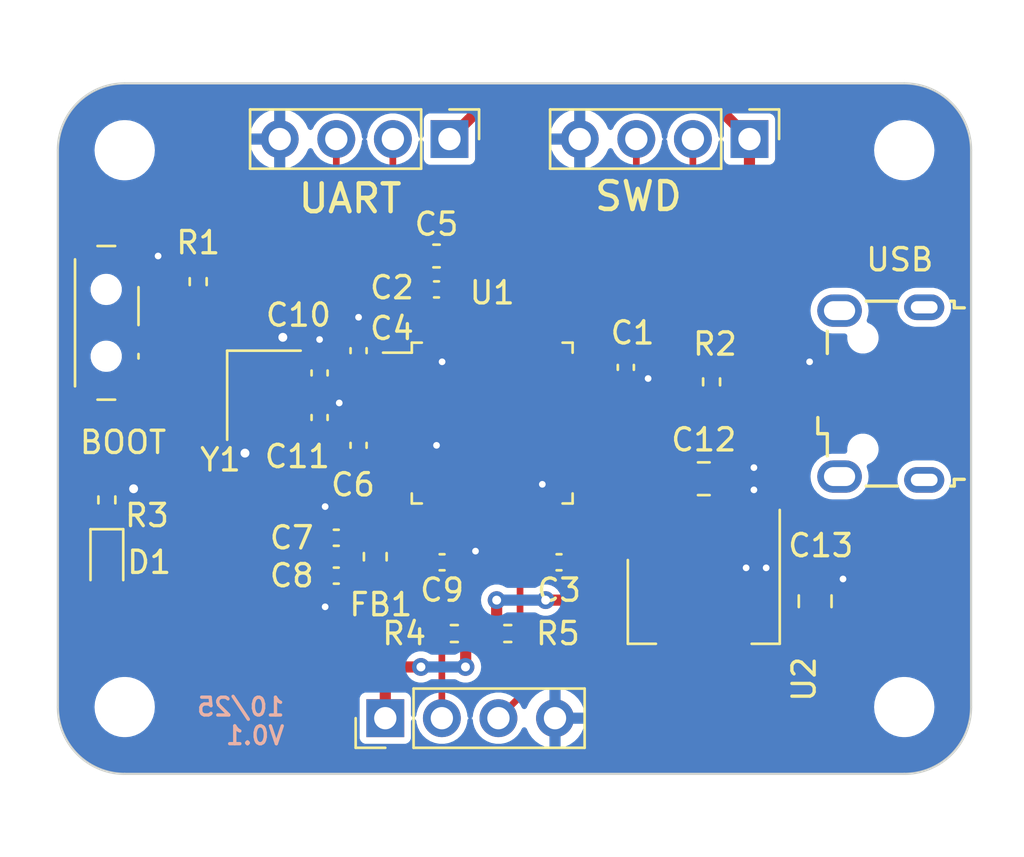
<source format=kicad_pcb>
(kicad_pcb (version 20221018) (generator pcbnew)
  (layers (0 "F.Cu" signal) (31 "B.Cu" power) (34 "B.Paste" user) (35 "F.Paste" user) (36 "B.SilkS" user "B.Silkscreen") (37 "F.SilkS" user "F.Silkscreen") (38 "B.Mask" user) (39 "F.Mask" user) (44 "Edge.Cuts" user))
  (net 0 "")
  (net 1 "+3.3V")
  (net 2 "GND")
  (net 3 "+3.3VA")
  (net 4 "/NRST")
  (net 5 "/HSE_IN")
  (net 6 "/HSE_OUT")
  (net 7 "VBUS")
  (net 8 "/PWR_LED_K")
  (net 9 "/USB_D-")
  (net 10 "/USB_D+")
  (net 12 "/SWDIO")
  (net 13 "/SWCLK")
  (net 14 "/USART1_TX")
  (net 15 "/USART1_RX")
  (net 16 "/I2C2_SCL")
  (net 17 "/I2C2_SDA")
  (net 18 "/SW_BOOT0")
  (net 19 "/BOOT0")
  (footprint "LED_SMD:LED_0603_1608Metric" (layer "F.Cu") (at 124.2 68.5 -90)
    (fp_text reference "D1" (at 0 -1.9 -180) (layer "F.SilkS"))
    (fp_text value "RED")
    (fp_line (start -1.485 -0.735) (end -1.485 0.735) (stroke (width 0.12)) (layer "F.SilkS"))
    (fp_line (start -1.485 0.735) (end 0.8 0.735) (stroke (width 0.12)) (layer "F.SilkS"))
    (fp_line (start 0.8 -0.735) (end -1.485 -0.735) (stroke (width 0.12)) (layer "F.SilkS"))
    (pad "1" smd roundrect (at -0.7875 0 270) (size 0.875 0.95) (layers "F.Cu" "F.Paste" "F.Mask") (net 8 "/PWR_LED_K"))
    (pad "2" smd roundrect (at 0.7875 0 270) (size 0.875 0.95) (layers "F.Cu" "F.Paste" "F.Mask") (net 1 "+3.3V"))
  )
  (footprint "Capacitor_SMD:C_0402_1005Metric" (layer "F.Cu") (at 135.5 59 90)
    (fp_text reference "C4" (at 1 1.5 180) (layer "F.SilkS"))
    (fp_text value "100n")
    (fp_line (start -0.107836 -0.36) (end 0.107836 -0.36) (stroke (width 0.12)) (layer "F.SilkS"))
    (fp_line (start -0.107836 0.36) (end 0.107836 0.36) (stroke (width 0.12)) (layer "F.SilkS"))
    (pad "1" smd roundrect (at -0.48 0 90) (size 0.56 0.62) (layers "F.Cu" "F.Paste" "F.Mask") (net 1 "+3.3V"))
    (pad "2" smd roundrect (at 0.48 0 90) (size 0.56 0.62) (layers "F.Cu" "F.Paste" "F.Mask") (net 2 "GND"))
  )
  (footprint "Capacitor_SMD:C_0402_1005Metric" (layer "F.Cu") (at 147.5 59.75 -90)
    (fp_text reference "C1" (at -1.55 -0.3 -180) (layer "F.SilkS"))
    (fp_text value "100n")
    (fp_line (start -0.107836 -0.36) (end 0.107836 -0.36) (stroke (width 0.12)) (layer "F.SilkS"))
    (fp_line (start -0.107836 0.36) (end 0.107836 0.36) (stroke (width 0.12)) (layer "F.SilkS"))
    (pad "1" smd roundrect (at -0.48 0 270) (size 0.56 0.62) (layers "F.Cu" "F.Paste" "F.Mask") (net 1 "+3.3V"))
    (pad "2" smd roundrect (at 0.48 0 270) (size 0.56 0.62) (layers "F.Cu" "F.Paste" "F.Mask") (net 2 "GND"))
  )
  (footprint "Capacitor_SMD:C_0402_1005Metric" (layer "F.Cu") (at 139.25 68.5)
    (fp_text reference "C9" (at 0 1.25) (layer "F.SilkS"))
    (fp_text value "100n")
    (fp_line (start -0.107836 -0.36) (end 0.107836 -0.36) (stroke (width 0.12)) (layer "F.SilkS"))
    (fp_line (start -0.107836 0.36) (end 0.107836 0.36) (stroke (width 0.12)) (layer "F.SilkS"))
    (pad "1" smd roundrect (at -0.48 0) (size 0.56 0.62) (layers "F.Cu" "F.Paste" "F.Mask") (net 4 "/NRST"))
    (pad "2" smd roundrect (at 0.48 0) (size 0.56 0.62) (layers "F.Cu" "F.Paste" "F.Mask") (net 2 "GND"))
  )
  (footprint "Capacitor_SMD:C_0402_1005Metric" (layer "F.Cu") (at 134.5 67.4 180)
    (fp_text reference "C7" (at 2 0) (layer "F.SilkS"))
    (fp_text value "1u")
    (fp_line (start -0.107836 -0.36) (end 0.107836 -0.36) (stroke (width 0.12)) (layer "F.SilkS"))
    (fp_line (start -0.107836 0.36) (end 0.107836 0.36) (stroke (width 0.12)) (layer "F.SilkS"))
    (pad "1" smd roundrect (at -0.48 0 180) (size 0.56 0.62) (layers "F.Cu" "F.Paste" "F.Mask") (net 3 "+3.3VA"))
    (pad "2" smd roundrect (at 0.48 0 180) (size 0.56 0.62) (layers "F.Cu" "F.Paste" "F.Mask") (net 2 "GND"))
  )
  (footprint "Capacitor_SMD:C_0603_1608Metric" (layer "F.Cu") (at 139 54.75)
    (fp_text reference "C5" (at 0 -1.43) (layer "F.SilkS"))
    (fp_text value "10n")
    (fp_line (start -0.14058 -0.51) (end 0.14058 -0.51) (stroke (width 0.12)) (layer "F.SilkS"))
    (fp_line (start -0.14058 0.51) (end 0.14058 0.51) (stroke (width 0.12)) (layer "F.SilkS"))
    (pad "1" smd roundrect (at -0.775 0) (size 0.9 0.95) (layers "F.Cu" "F.Paste" "F.Mask") (net 1 "+3.3V"))
    (pad "2" smd roundrect (at 0.775 0) (size 0.9 0.95) (layers "F.Cu" "F.Paste" "F.Mask") (net 2 "GND"))
  )
  (footprint "Capacitor_SMD:C_0402_1005Metric" (layer "F.Cu") (at 144.5 68.5 180)
    (fp_text reference "C3" (at 0 -1.25 180) (layer "F.SilkS"))
    (fp_text value "100n")
    (fp_line (start -0.107836 -0.36) (end 0.107836 -0.36) (stroke (width 0.12)) (layer "F.SilkS"))
    (fp_line (start -0.107836 0.36) (end 0.107836 0.36) (stroke (width 0.12)) (layer "F.SilkS"))
    (pad "1" smd roundrect (at -0.48 0 180) (size 0.56 0.62) (layers "F.Cu" "F.Paste" "F.Mask") (net 1 "+3.3V"))
    (pad "2" smd roundrect (at 0.48 0 180) (size 0.56 0.62) (layers "F.Cu" "F.Paste" "F.Mask") (net 2 "GND"))
  )
  (footprint "Capacitor_SMD:C_0402_1005Metric" (layer "F.Cu") (at 133.75 62 90)
    (fp_text reference "C11" (at -1.75 -1 180) (layer "F.SilkS"))
    (fp_text value "10p")
    (fp_line (start -0.107836 -0.36) (end 0.107836 -0.36) (stroke (width 0.12)) (layer "F.SilkS"))
    (fp_line (start -0.107836 0.36) (end 0.107836 0.36) (stroke (width 0.12)) (layer "F.SilkS"))
    (pad "1" smd roundrect (at -0.48 0 90) (size 0.56 0.62) (layers "F.Cu" "F.Paste" "F.Mask") (net 6 "/HSE_OUT"))
    (pad "2" smd roundrect (at 0.48 0 90) (size 0.56 0.62) (layers "F.Cu" "F.Paste" "F.Mask") (net 2 "GND"))
  )
  (footprint "Connector_PinHeader_2.54mm:PinHeader_1x04_P2.54mm_Vertical" (layer "F.Cu") (at 139.58 49.5 -90)
    (fp_text reference "J3")
    (fp_text value "Conn_01x04_Pin")
    (fp_line (start -1.33 -1.33) (end 0 -1.33) (stroke (width 0.12)) (layer "F.SilkS"))
    (fp_line (start -1.33 0) (end -1.33 -1.33) (stroke (width 0.12)) (layer "F.SilkS"))
    (fp_line (start -1.33 1.27) (end -1.33 8.95) (stroke (width 0.12)) (layer "F.SilkS"))
    (fp_line (start -1.33 1.27) (end 1.33 1.27) (stroke (width 0.12)) (layer "F.SilkS"))
    (fp_line (start -1.33 8.95) (end 1.33 8.95) (stroke (width 0.12)) (layer "F.SilkS"))
    (fp_line (start 1.33 1.27) (end 1.33 8.95) (stroke (width 0.12)) (layer "F.SilkS"))
    (pad "1" thru_hole rect (at 0 0 270) (size 1.7 1.7) (drill 1) (layers "*.Cu" "*.Mask") (net 1 "+3.3V"))
    (pad "2" thru_hole oval (at 0 2.54 270) (size 1.7 1.7) (drill 1) (layers "*.Cu" "*.Mask") (net 14 "/USART1_TX"))
    (pad "3" thru_hole oval (at 0 5.08 270) (size 1.7 1.7) (drill 1) (layers "*.Cu" "*.Mask") (net 15 "/USART1_RX"))
    (pad "4" thru_hole oval (at 0 7.62 270) (size 1.7 1.7) (drill 1) (layers "*.Cu" "*.Mask") (net 2 "GND"))
  )
  (footprint "Connector_USB:USB_Micro-B_Wuerth_629105150521" (layer "F.Cu") (at 158.945 60.926875 90)
    (fp_text reference "J1" hide)
    (fp_text value "USB_B_Micro")
    (fp_line (start -4.15 -0.65) (end -4.15 0.75) (stroke (width 0.15)) (layer "F.SilkS"))
    (fp_line (start -4.15 3.15) (end -4.15 3.3) (stroke (width 0.15)) (layer "F.SilkS"))
    (fp_line (start -4.15 3.3) (end -3.85 3.3) (stroke (width 0.15)) (layer "F.SilkS"))
    (fp_line (start -3.85 3.3) (end -3.85 3.75) (stroke (width 0.15)) (layer "F.SilkS"))
    (fp_line (start -1.8 -2.825) (end -1.8 -2.4) (stroke (width 0.15)) (layer "F.SilkS"))
    (fp_line (start -1.8 -2.4) (end -2.8 -2.4) (stroke (width 0.15)) (layer "F.SilkS"))
    (fp_line (start -1.075 -2.825) (end -1.8 -2.825) (stroke (width 0.15)) (layer "F.SilkS"))
    (fp_line (start 1.8 -2.4) (end 2.8 -2.4) (stroke (width 0.15)) (layer "F.SilkS"))
    (fp_line (start 3.85 3.3) (end 4.15 3.3) (stroke (width 0.15)) (layer "F.SilkS"))
    (fp_line (start 3.85 3.75) (end 3.85 3.3) (stroke (width 0.15)) (layer "F.SilkS"))
    (fp_line (start 4.15 0.75) (end 4.15 -0.65) (stroke (width 0.15)) (layer "F.SilkS"))
    (fp_line (start 4.15 3.3) (end 4.15 3.15) (stroke (width 0.15)) (layer "F.SilkS"))
    (pad "" np_thru_hole oval (at -2.5 -0.8 90) (size 0.8 0.8) (drill 0.8) (layers "*.Cu" "*.Mask"))
    (pad "" np_thru_hole oval (at 2.5 -0.8 90) (size 0.8 0.8) (drill 0.8) (layers "*.Cu" "*.Mask"))
    (pad "1" smd rect (at -1.3 -1.9 90) (size 0.45 1.3) (layers "F.Cu" "F.Paste" "F.Mask") (net 7 "VBUS"))
    (pad "2" smd rect (at -0.65 -1.9 90) (size 0.45 1.3) (layers "F.Cu" "F.Paste" "F.Mask") (net 9 "/USB_D-"))
    (pad "3" smd rect (at 0 -1.9 90) (size 0.45 1.3) (layers "F.Cu" "F.Paste" "F.Mask") (net 10 "/USB_D+"))
    (pad "4" smd rect (at 0.65 -1.9 90) (size 0.45 1.3) (layers "F.Cu" "F.Paste" "F.Mask"))
    (pad "5" smd rect (at 1.3 -1.9 90) (size 0.45 1.3) (layers "F.Cu" "F.Paste" "F.Mask") (net 2 "GND"))
    (pad "6" thru_hole oval (at -3.875 1.95 90) (size 1.15 1.8) (drill oval 0.55 1.2) (layers "*.Cu" "*.Mask"))
    (pad "6" thru_hole oval (at -3.725 -1.85 90) (size 1.45 2) (drill oval 0.85 1.4) (layers "*.Cu" "*.Mask"))
    (pad "6" thru_hole oval (at 3.725 -1.85 90) (size 1.45 2) (drill oval 0.85 1.4) (layers "*.Cu" "*.Mask"))
    (pad "6" thru_hole oval (at 3.875 1.95 90) (size 1.15 1.8) (drill oval 0.55 1.2) (layers "*.Cu" "*.Mask"))
  )
  (footprint "Capacitor_SMD:C_0402_1005Metric" (layer "F.Cu") (at 139 56.25)
    (fp_text reference "C2" (at -2 -0.08) (layer "F.SilkS"))
    (fp_text value "100n")
    (fp_line (start -0.107836 -0.36) (end 0.107836 -0.36) (stroke (width 0.12)) (layer "F.SilkS"))
    (fp_line (start -0.107836 0.36) (end 0.107836 0.36) (stroke (width 0.12)) (layer "F.SilkS"))
    (pad "1" smd roundrect (at -0.48 0) (size 0.56 0.62) (layers "F.Cu" "F.Paste" "F.Mask") (net 1 "+3.3V"))
    (pad "2" smd roundrect (at 0.48 0) (size 0.56 0.62) (layers "F.Cu" "F.Paste" "F.Mask") (net 2 "GND"))
  )
  (footprint "Connector_PinHeader_2.54mm:PinHeader_1x04_P2.54mm_Vertical" (layer "F.Cu") (at 136.7 75.5 90)
    (fp_text reference "J4")
    (fp_text value "Conn_01x04_Pin")
    (fp_line (start -1.33 -1.33) (end 0 -1.33) (stroke (width 0.12)) (layer "F.SilkS"))
    (fp_line (start -1.33 0) (end -1.33 -1.33) (stroke (width 0.12)) (layer "F.SilkS"))
    (fp_line (start -1.33 1.27) (end -1.33 8.95) (stroke (width 0.12)) (layer "F.SilkS"))
    (fp_line (start -1.33 1.27) (end 1.33 1.27) (stroke (width 0.12)) (layer "F.SilkS"))
    (fp_line (start -1.33 8.95) (end 1.33 8.95) (stroke (width 0.12)) (layer "F.SilkS"))
    (fp_line (start 1.33 1.27) (end 1.33 8.95) (stroke (width 0.12)) (layer "F.SilkS"))
    (pad "1" thru_hole rect (at 0 0 90) (size 1.7 1.7) (drill 1) (layers "*.Cu" "*.Mask") (net 1 "+3.3V"))
    (pad "2" thru_hole oval (at 0 2.54 90) (size 1.7 1.7) (drill 1) (layers "*.Cu" "*.Mask") (net 16 "/I2C2_SCL"))
    (pad "3" thru_hole oval (at 0 5.08 90) (size 1.7 1.7) (drill 1) (layers "*.Cu" "*.Mask") (net 17 "/I2C2_SDA"))
    (pad "4" thru_hole oval (at 0 7.62 90) (size 1.7 1.7) (drill 1) (layers "*.Cu" "*.Mask") (net 2 "GND"))
  )
  (footprint "Resistor_SMD:R_0402_1005Metric" (layer "F.Cu") (at 139.8 71.7 180)
    (fp_text reference "R4" (at 2.25 0) (layer "F.SilkS"))
    (fp_text value "1k5")
    (fp_line (start -0.153641 -0.38) (end 0.153641 -0.38) (stroke (width 0.12)) (layer "F.SilkS"))
    (fp_line (start -0.153641 0.38) (end 0.153641 0.38) (stroke (width 0.12)) (layer "F.SilkS"))
    (pad "1" smd roundrect (at -0.51 0 180) (size 0.54 0.64) (layers "F.Cu" "F.Paste" "F.Mask") (net 1 "+3.3V"))
    (pad "2" smd roundrect (at 0.51 0 180) (size 0.54 0.64) (layers "F.Cu" "F.Paste" "F.Mask") (net 16 "/I2C2_SCL"))
  )
  (footprint "Resistor_SMD:R_0402_1005Metric" (layer "F.Cu") (at 151.35 60.4 -90)
    (fp_text reference "R2" (at -1.7 -0.15 -180) (layer "F.SilkS"))
    (fp_text value "1k5")
    (fp_line (start -0.153641 -0.38) (end 0.153641 -0.38) (stroke (width 0.12)) (layer "F.SilkS"))
    (fp_line (start -0.153641 0.38) (end 0.153641 0.38) (stroke (width 0.12)) (layer "F.SilkS"))
    (pad "1" smd roundrect (at -0.51 0 270) (size 0.54 0.64) (layers "F.Cu" "F.Paste" "F.Mask") (net 1 "+3.3V"))
    (pad "2" smd roundrect (at 0.51 0 270) (size 0.54 0.64) (layers "F.Cu" "F.Paste" "F.Mask") (net 10 "/USB_D+"))
  )
  (footprint "Connector_PinHeader_2.54mm:PinHeader_1x04_P2.54mm_Vertical" (layer "F.Cu") (at 153.05 49.5 -90)
    (fp_text reference "J2")
    (fp_text value "Conn_01x04_Pin")
    (fp_line (start -1.33 -1.33) (end 0 -1.33) (stroke (width 0.12)) (layer "F.SilkS"))
    (fp_line (start -1.33 0) (end -1.33 -1.33) (stroke (width 0.12)) (layer "F.SilkS"))
    (fp_line (start -1.33 1.27) (end -1.33 8.95) (stroke (width 0.12)) (layer "F.SilkS"))
    (fp_line (start -1.33 1.27) (end 1.33 1.27) (stroke (width 0.12)) (layer "F.SilkS"))
    (fp_line (start -1.33 8.95) (end 1.33 8.95) (stroke (width 0.12)) (layer "F.SilkS"))
    (fp_line (start 1.33 1.27) (end 1.33 8.95) (stroke (width 0.12)) (layer "F.SilkS"))
    (pad "1" thru_hole rect (at 0 0 270) (size 1.7 1.7) (drill 1) (layers "*.Cu" "*.Mask") (net 1 "+3.3V"))
    (pad "2" thru_hole oval (at 0 2.54 270) (size 1.7 1.7) (drill 1) (layers "*.Cu" "*.Mask") (net 12 "/SWDIO"))
    (pad "3" thru_hole oval (at 0 5.08 270) (size 1.7 1.7) (drill 1) (layers "*.Cu" "*.Mask") (net 13 "/SWCLK"))
    (pad "4" thru_hole oval (at 0 7.62 270) (size 1.7 1.7) (drill 1) (layers "*.Cu" "*.Mask") (net 2 "GND"))
  )
  (footprint "Capacitor_SMD:C_0805_2012Metric" (layer "F.Cu") (at 151 64.75)
    (fp_text reference "C12" (at 0 -1.75) (layer "F.SilkS"))
    (fp_text value "22u")
    (fp_line (start -0.261252 -0.735) (end 0.261252 -0.735) (stroke (width 0.12)) (layer "F.SilkS"))
    (fp_line (start -0.261252 0.735) (end 0.261252 0.735) (stroke (width 0.12)) (layer "F.SilkS"))
    (pad "1" smd roundrect (at -0.95 0) (size 1 1.45) (layers "F.Cu" "F.Paste" "F.Mask") (net 7 "VBUS"))
    (pad "2" smd roundrect (at 0.95 0) (size 1 1.45) (layers "F.Cu" "F.Paste" "F.Mask") (net 2 "GND"))
  )
  (footprint "MountingHole:MountingHole_2.2mm_M2" (layer "F.Cu") (at 160 75)
    (fp_text reference "H4")
    (fp_text value "MountingHole")
    (pad "" np_thru_hole circle (at 0 0) (size 2.2 2.2) (drill 2.2) (layers "*.Cu" "*.Mask"))
  )
  (footprint "Button_Switch_SMD:SW_SPDT_PCM12" (layer "F.Cu") (at 124.5 57.75 -90)
    (fp_text reference "SW1" hide)
    (fp_text value "SW_SPDT")
    (fp_line (start -3.45 -0.07) (end -3.45 0.72) (stroke (width 0.12)) (layer "F.SilkS"))
    (fp_line (start -2.85 1.73) (end 2.85 1.73) (stroke (width 0.12)) (layer "F.SilkS"))
    (fp_line (start -1.6 -1.12) (end 0.1 -1.12) (stroke (width 0.12)) (layer "F.SilkS"))
    (fp_line (start 1.4 -1.12) (end 1.6 -1.12) (stroke (width 0.12)) (layer "F.SilkS"))
    (fp_line (start 3.45 0.72) (end 3.45 -0.07) (stroke (width 0.12)) (layer "F.SilkS"))
    (pad "" smd rect (at -3.65 -0.78 270) (size 1 0.8) (layers "F.Cu" "F.Paste" "F.Mask"))
    (pad "" smd rect (at -3.65 1.43 270) (size 1 0.8) (layers "F.Cu" "F.Paste" "F.Mask"))
    (pad "" np_thru_hole circle (at -1.5 0.33 270) (size 0.9 0.9) (drill 0.9) (layers "*.Cu" "*.Mask"))
    (pad "" np_thru_hole circle (at 1.5 0.33 270) (size 0.9 0.9) (drill 0.9) (layers "*.Cu" "*.Mask"))
    (pad "" smd rect (at 3.65 -0.78 270) (size 1 0.8) (layers "F.Cu" "F.Paste" "F.Mask"))
    (pad "" smd rect (at 3.65 1.43 270) (size 1 0.8) (layers "F.Cu" "F.Paste" "F.Mask"))
    (pad "1" smd rect (at -2.25 -1.43 270) (size 0.7 1.5) (layers "F.Cu" "F.Paste" "F.Mask") (net 2 "GND"))
    (pad "2" smd rect (at 0.75 -1.43 270) (size 0.7 1.5) (layers "F.Cu" "F.Paste" "F.Mask") (net 18 "/SW_BOOT0"))
    (pad "3" smd rect (at 2.25 -1.43 270) (size 0.7 1.5) (layers "F.Cu" "F.Paste" "F.Mask") (net 1 "+3.3V"))
  )
  (footprint "Resistor_SMD:R_0402_1005Metric" (layer "F.Cu") (at 124.2 65.7 90)
    (fp_text reference "R3" (at -0.7 1.8 180) (layer "F.SilkS"))
    (fp_text value "1k5")
    (fp_line (start -0.153641 -0.38) (end 0.153641 -0.38) (stroke (width 0.12)) (layer "F.SilkS"))
    (fp_line (start -0.153641 0.38) (end 0.153641 0.38) (stroke (width 0.12)) (layer "F.SilkS"))
    (pad "1" smd roundrect (at -0.51 0 90) (size 0.54 0.64) (layers "F.Cu" "F.Paste" "F.Mask") (net 8 "/PWR_LED_K"))
    (pad "2" smd roundrect (at 0.51 0 90) (size 0.54 0.64) (layers "F.Cu" "F.Paste" "F.Mask") (net 2 "GND"))
  )
  (footprint "Capacitor_SMD:C_0805_2012Metric" (layer "F.Cu") (at 156 70.25 90)
    (fp_text reference "C13" (at 2.5 0.25 180) (layer "F.SilkS"))
    (fp_text value "22u")
    (fp_line (start -0.261252 -0.735) (end 0.261252 -0.735) (stroke (width 0.12)) (layer "F.SilkS"))
    (fp_line (start -0.261252 0.735) (end 0.261252 0.735) (stroke (width 0.12)) (layer "F.SilkS"))
    (pad "1" smd roundrect (at -0.95 0 90) (size 1 1.45) (layers "F.Cu" "F.Paste" "F.Mask") (net 1 "+3.3V"))
    (pad "2" smd roundrect (at 0.95 0 90) (size 1 1.45) (layers "F.Cu" "F.Paste" "F.Mask") (net 2 "GND"))
  )
  (footprint "Inductor_SMD:L_0603_1608Metric" (layer "F.Cu") (at 136.25 68.25 -90)
    (fp_text reference "FB1" (at 2.15 -0.25) (layer "F.SilkS"))
    (fp_text value "120R")
    (fp_line (start -0.162779 -0.51) (end 0.162779 -0.51) (stroke (width 0.12)) (layer "F.SilkS"))
    (fp_line (start -0.162779 0.51) (end 0.162779 0.51) (stroke (width 0.12)) (layer "F.SilkS"))
    (pad "1" smd roundrect (at -0.7875 0 270) (size 0.875 0.95) (layers "F.Cu" "F.Paste" "F.Mask") (net 3 "+3.3VA"))
    (pad "2" smd roundrect (at 0.7875 0 270) (size 0.875 0.95) (layers "F.Cu" "F.Paste" "F.Mask") (net 1 "+3.3V"))
  )
  (footprint "MountingHole:MountingHole_2.2mm_M2" (layer "F.Cu") (at 125 50)
    (fp_text reference "H1")
    (fp_text value "MountingHole")
    (pad "" np_thru_hole circle (at 0 0) (size 2.2 2.2) (drill 2.2) (layers "*.Cu" "*.Mask"))
  )
  (footprint "MountingHole:MountingHole_2.2mm_M2" (layer "F.Cu") (at 125 75)
    (fp_text reference "H3")
    (fp_text value "MountingHole")
    (pad "" np_thru_hole circle (at 0 0) (size 2.2 2.2) (drill 2.2) (layers "*.Cu" "*.Mask"))
  )
  (footprint "Resistor_SMD:R_0402_1005Metric" (layer "F.Cu") (at 142.2 71.7)
    (fp_text reference "R5" (at 2.25 0) (layer "F.SilkS"))
    (fp_text value "1k5")
    (fp_line (start -0.153641 -0.38) (end 0.153641 -0.38) (stroke (width 0.12)) (layer "F.SilkS"))
    (fp_line (start -0.153641 0.38) (end 0.153641 0.38) (stroke (width 0.12)) (layer "F.SilkS"))
    (pad "1" smd roundrect (at -0.51 0) (size 0.54 0.64) (layers "F.Cu" "F.Paste" "F.Mask") (net 1 "+3.3V"))
    (pad "2" smd roundrect (at 0.51 0) (size 0.54 0.64) (layers "F.Cu" "F.Paste" "F.Mask") (net 17 "/I2C2_SDA"))
  )
  (footprint "Capacitor_SMD:C_0402_1005Metric" (layer "F.Cu") (at 134.5 69.1 180)
    (fp_text reference "C8" (at 2 0) (layer "F.SilkS"))
    (fp_text value "1u")
    (fp_line (start -0.107836 -0.36) (end 0.107836 -0.36) (stroke (width 0.12)) (layer "F.SilkS"))
    (fp_line (start -0.107836 0.36) (end 0.107836 0.36) (stroke (width 0.12)) (layer "F.SilkS"))
    (pad "1" smd roundrect (at -0.48 0 180) (size 0.56 0.62) (layers "F.Cu" "F.Paste" "F.Mask") (net 1 "+3.3V"))
    (pad "2" smd roundrect (at 0.48 0 180) (size 0.56 0.62) (layers "F.Cu" "F.Paste" "F.Mask") (net 2 "GND"))
  )
  (footprint "Resistor_SMD:R_0402_1005Metric" (layer "F.Cu") (at 128.3 55.9 90)
    (fp_text reference "R1" (at 1.75 0 180) (layer "F.SilkS"))
    (fp_text value "10k")
    (fp_line (start -0.153641 -0.38) (end 0.153641 -0.38) (stroke (width 0.12)) (layer "F.SilkS"))
    (fp_line (start -0.153641 0.38) (end 0.153641 0.38) (stroke (width 0.12)) (layer "F.SilkS"))
    (pad "1" smd roundrect (at -0.51 0 90) (size 0.54 0.64) (layers "F.Cu" "F.Paste" "F.Mask") (net 18 "/SW_BOOT0"))
    (pad "2" smd roundrect (at 0.51 0 90) (size 0.54 0.64) (layers "F.Cu" "F.Paste" "F.Mask") (net 19 "/BOOT0"))
  )
  (footprint "MountingHole:MountingHole_2.2mm_M2" (layer "F.Cu") (at 160 50)
    (fp_text reference "H2")
    (fp_text value "MountingHole")
    (pad "" np_thru_hole circle (at 0 0) (size 2.2 2.2) (drill 2.2) (layers "*.Cu" "*.Mask"))
  )
  (footprint "Package_QFP:LQFP-48_7x7mm_P0.5mm" (layer "F.Cu") (at 141.5 62.25)
    (fp_text reference "U1" (at 0 -5.85) (layer "F.SilkS"))
    (fp_text value "STM32F103C8Tx")
    (fp_line (start -3.61 -3.61) (end -3.61 -3.16) (stroke (width 0.12)) (layer "F.SilkS"))
    (fp_line (start -3.61 -3.16) (end -4.9 -3.16) (stroke (width 0.12)) (layer "F.SilkS"))
    (fp_line (start -3.61 3.61) (end -3.61 3.16) (stroke (width 0.12)) (layer "F.SilkS"))
    (fp_line (start -3.16 -3.61) (end -3.61 -3.61) (stroke (width 0.12)) (layer "F.SilkS"))
    (fp_line (start -3.16 3.61) (end -3.61 3.61) (stroke (width 0.12)) (layer "F.SilkS"))
    (fp_line (start 3.16 -3.61) (end 3.61 -3.61) (stroke (width 0.12)) (layer "F.SilkS"))
    (fp_line (start 3.16 3.61) (end 3.61 3.61) (stroke (width 0.12)) (layer "F.SilkS"))
    (fp_line (start 3.61 -3.61) (end 3.61 -3.16) (stroke (width 0.12)) (layer "F.SilkS"))
    (fp_line (start 3.61 3.61) (end 3.61 3.16) (stroke (width 0.12)) (layer "F.SilkS"))
    (pad "1" smd roundrect (at -4.1625 -2.75) (size 1.475 0.3) (layers "F.Cu" "F.Paste" "F.Mask") (net 1 "+3.3V"))
    (pad "2" smd roundrect (at -4.1625 -2.25) (size 1.475 0.3) (layers "F.Cu" "F.Paste" "F.Mask"))
    (pad "3" smd roundrect (at -4.1625 -1.75) (size 1.475 0.3) (layers "F.Cu" "F.Paste" "F.Mask"))
    (pad "4" smd roundrect (at -4.1625 -1.25) (size 1.475 0.3) (layers "F.Cu" "F.Paste" "F.Mask"))
    (pad "5" smd roundrect (at -4.1625 -0.75) (size 1.475 0.3) (layers "F.Cu" "F.Paste" "F.Mask") (net 5 "/HSE_IN"))
    (pad "6" smd roundrect (at -4.1625 -0.25) (size 1.475 0.3) (layers "F.Cu" "F.Paste" "F.Mask") (net 6 "/HSE_OUT"))
    (pad "7" smd roundrect (at -4.1625 0.25) (size 1.475 0.3) (layers "F.Cu" "F.Paste" "F.Mask") (net 4 "/NRST"))
    (pad "8" smd roundrect (at -4.1625 0.75) (size 1.475 0.3) (layers "F.Cu" "F.Paste" "F.Mask") (net 2 "GND"))
    (pad "9" smd roundrect (at -4.1625 1.25) (size 1.475 0.3) (layers "F.Cu" "F.Paste" "F.Mask") (net 3 "+3.3VA"))
    (pad "10" smd roundrect (at -4.1625 1.75) (size 1.475 0.3) (layers "F.Cu" "F.Paste" "F.Mask"))
    (pad "11" smd roundrect (at -4.1625 2.25) (size 1.475 0.3) (layers "F.Cu" "F.Paste" "F.Mask"))
    (pad "12" smd roundrect (at -4.1625 2.75) (size 1.475 0.3) (layers "F.Cu" "F.Paste" "F.Mask"))
    (pad "13" smd roundrect (at -2.75 4.1625) (size 0.3 1.475) (layers "F.Cu" "F.Paste" "F.Mask"))
    (pad "14" smd roundrect (at -2.25 4.1625) (size 0.3 1.475) (layers "F.Cu" "F.Paste" "F.Mask"))
    (pad "15" smd roundrect (at -1.75 4.1625) (size 0.3 1.475) (layers "F.Cu" "F.Paste" "F.Mask"))
    (pad "16" smd roundrect (at -1.25 4.1625) (size 0.3 1.475) (layers "F.Cu" "F.Paste" "F.Mask"))
    (pad "17" smd roundrect (at -0.75 4.1625) (size 0.3 1.475) (layers "F.Cu" "F.Paste" "F.Mask"))
    (pad "18" smd roundrect (at -0.25 4.1625) (size 0.3 1.475) (layers "F.Cu" "F.Paste" "F.Mask"))
    (pad "19" smd roundrect (at 0.25 4.1625) (size 0.3 1.475) (layers "F.Cu" "F.Paste" "F.Mask"))
    (pad "20" smd roundrect (at 0.75 4.1625) (size 0.3 1.475) (layers "F.Cu" "F.Paste" "F.Mask"))
    (pad "21" smd roundrect (at 1.25 4.1625) (size 0.3 1.475) (layers "F.Cu" "F.Paste" "F.Mask") (net 16 "/I2C2_SCL"))
    (pad "22" smd roundrect (at 1.75 4.1625) (size 0.3 1.475) (layers "F.Cu" "F.Paste" "F.Mask") (net 17 "/I2C2_SDA"))
    (pad "23" smd roundrect (at 2.25 4.1625) (size 0.3 1.475) (layers "F.Cu" "F.Paste" "F.Mask") (net 2 "GND"))
    (pad "24" smd roundrect (at 2.75 4.1625) (size 0.3 1.475) (layers "F.Cu" "F.Paste" "F.Mask") (net 1 "+3.3V"))
    (pad "25" smd roundrect (at 4.1625 2.75) (size 1.475 0.3) (layers "F.Cu" "F.Paste" "F.Mask"))
    (pad "26" smd roundrect (at 4.1625 2.25) (size 1.475 0.3) (layers "F.Cu" "F.Paste" "F.Mask"))
    (pad "27" smd roundrect (at 4.1625 1.75) (size 1.475 0.3) (layers "F.Cu" "F.Paste" "F.Mask"))
    (pad "28" smd roundrect (at 4.1625 1.25) (size 1.475 0.3) (layers "F.Cu" "F.Paste" "F.Mask"))
    (pad "29" smd roundrect (at 4.1625 0.75) (size 1.475 0.3) (layers "F.Cu" "F.Paste" "F.Mask"))
    (pad "30" smd roundrect (at 4.1625 0.25) (size 1.475 0.3) (layers "F.Cu" "F.Paste" "F.Mask"))
    (pad "31" smd roundrect (at 4.1625 -0.25) (size 1.475 0.3) (layers "F.Cu" "F.Paste" "F.Mask"))
    (pad "32" smd roundrect (at 4.1625 -0.75) (size 1.475 0.3) (layers "F.Cu" "F.Paste" "F.Mask") (net 9 "/USB_D-"))
    (pad "33" smd roundrect (at 4.1625 -1.25) (size 1.475 0.3) (layers "F.Cu" "F.Paste" "F.Mask") (net 10 "/USB_D+"))
    (pad "34" smd roundrect (at 4.1625 -1.75) (size 1.475 0.3) (layers "F.Cu" "F.Paste" "F.Mask") (net 12 "/SWDIO"))
    (pad "35" smd roundrect (at 4.1625 -2.25) (size 1.475 0.3) (layers "F.Cu" "F.Paste" "F.Mask") (net 2 "GND"))
    (pad "36" smd roundrect (at 4.1625 -2.75) (size 1.475 0.3) (layers "F.Cu" "F.Paste" "F.Mask") (net 1 "+3.3V"))
    (pad "37" smd roundrect (at 2.75 -4.1625) (size 0.3 1.475) (layers "F.Cu" "F.Paste" "F.Mask") (net 13 "/SWCLK"))
    (pad "38" smd roundrect (at 2.25 -4.1625) (size 0.3 1.475) (layers "F.Cu" "F.Paste" "F.Mask"))
    (pad "39" smd roundrect (at 1.75 -4.1625) (size 0.3 1.475) (layers "F.Cu" "F.Paste" "F.Mask"))
    (pad "40" smd roundrect (at 1.25 -4.1625) (size 0.3 1.475) (layers "F.Cu" "F.Paste" "F.Mask"))
    (pad "41" smd roundrect (at 0.75 -4.1625) (size 0.3 1.475) (layers "F.Cu" "F.Paste" "F.Mask"))
    (pad "42" smd roundrect (at 0.25 -4.1625) (size 0.3 1.475) (layers "F.Cu" "F.Paste" "F.Mask") (net 14 "/USART1_TX"))
    (pad "43" smd roundrect (at -0.25 -4.1625) (size 0.3 1.475) (layers "F.Cu" "F.Paste" "F.Mask") (net 15 "/USART1_RX"))
    (pad "44" smd roundrect (at -0.75 -4.1625) (size 0.3 1.475) (layers "F.Cu" "F.Paste" "F.Mask") (net 19 "/BOOT0"))
    (pad "45" smd roundrect (at -1.25 -4.1625) (size 0.3 1.475) (layers "F.Cu" "F.Paste" "F.Mask"))
    (pad "46" smd roundrect (at -1.75 -4.1625) (size 0.3 1.475) (layers "F.Cu" "F.Paste" "F.Mask"))
    (pad "47" smd roundrect (at -2.25 -4.1625) (size 0.3 1.475) (layers "F.Cu" "F.Paste" "F.Mask") (net 2 "GND"))
    (pad "48" smd roundrect (at -2.75 -4.1625) (size 0.3 1.475) (layers "F.Cu" "F.Paste" "F.Mask") (net 1 "+3.3V"))
  )
  (footprint "Capacitor_SMD:C_0402_1005Metric" (layer "F.Cu") (at 135.5 63.25 90)
    (fp_text reference "C6" (at -1.77 -0.25 180) (layer "F.SilkS"))
    (fp_text value "10n")
    (fp_line (start -0.107836 -0.36) (end 0.107836 -0.36) (stroke (width 0.12)) (layer "F.SilkS"))
    (fp_line (start -0.107836 0.36) (end 0.107836 0.36) (stroke (width 0.12)) (layer "F.SilkS"))
    (pad "1" smd roundrect (at -0.48 0 90) (size 0.56 0.62) (layers "F.Cu" "F.Paste" "F.Mask") (net 3 "+3.3VA"))
    (pad "2" smd roundrect (at 0.48 0 90) (size 0.56 0.62) (layers "F.Cu" "F.Paste" "F.Mask") (net 2 "GND"))
  )
  (footprint "Capacitor_SMD:C_0402_1005Metric" (layer "F.Cu") (at 133.75 60 90)
    (fp_text reference "C10" (at 2.6 -0.95 180) (layer "F.SilkS"))
    (fp_text value "10p")
    (fp_line (start -0.107836 -0.36) (end 0.107836 -0.36) (stroke (width 0.12)) (layer "F.SilkS"))
    (fp_line (start -0.107836 0.36) (end 0.107836 0.36) (stroke (width 0.12)) (layer "F.SilkS"))
    (pad "1" smd roundrect (at -0.48 0 90) (size 0.56 0.62) (layers "F.Cu" "F.Paste" "F.Mask") (net 5 "/HSE_IN"))
    (pad "2" smd roundrect (at 0.48 0 90) (size 0.56 0.62) (layers "F.Cu" "F.Paste" "F.Mask") (net 2 "GND"))
  )
  (footprint "Package_TO_SOT_SMD:SOT-223-3_TabPin2" (layer "F.Cu") (at 151 70.25 -90)
    (fp_text reference "U2" (at 3.5 -4.5 90) (layer "F.SilkS"))
    (fp_text value "AMS1117-3.3")
    (fp_line (start -4.1 -3.41) (end 1.91 -3.41) (stroke (width 0.12)) (layer "F.SilkS"))
    (fp_line (start -1.85 3.41) (end 1.91 3.41) (stroke (width 0.12)) (layer "F.SilkS"))
    (fp_line (start 1.91 -3.41) (end 1.91 -2.15) (stroke (width 0.12)) (layer "F.SilkS"))
    (fp_line (start 1.91 3.41) (end 1.91 2.15) (stroke (width 0.12)) (layer "F.SilkS"))
    (pad "1" smd rect (at -3.15 -2.3 270) (size 2 1.5) (layers "F.Cu" "F.Paste" "F.Mask") (net 2 "GND"))
    (pad "2" smd rect (at -3.15 0 270) (size 2 1.5) (layers "F.Cu" "F.Paste" "F.Mask") (net 1 "+3.3V"))
    (pad "2" smd rect (at 3.15 0 270) (size 2 3.8) (layers "F.Cu" "F.Paste" "F.Mask") (net 1 "+3.3V"))
    (pad "3" smd rect (at -3.15 2.3 270) (size 2 1.5) (layers "F.Cu" "F.Paste" "F.Mask") (net 7 "VBUS"))
  )
  (footprint "Crystal:Crystal_SMD_3225-4Pin_3.2x2.5mm" (layer "F.Cu") (at 131.25 61 -90)
    (fp_text reference "Y1" (at 2.9 1.95 -180) (layer "F.SilkS"))
    (fp_text value "16MHz")
    (fp_line (start -2 -1.65) (end -2 1.65) (stroke (width 0.12)) (layer "F.SilkS"))
    (fp_line (start -2 1.65) (end 2 1.65) (stroke (width 0.12)) (layer "F.SilkS"))
    (pad "1" smd rect (at -1.1 0.85 270) (size 1.4 1.2) (layers "F.Cu" "F.Paste" "F.Mask") (net 5 "/HSE_IN"))
    (pad "2" smd rect (at 1.1 0.85 270) (size 1.4 1.2) (layers "F.Cu" "F.Paste" "F.Mask") (net 2 "GND"))
    (pad "3" smd rect (at 1.1 -0.85 270) (size 1.4 1.2) (layers "F.Cu" "F.Paste" "F.Mask") (net 6 "/HSE_OUT"))
    (pad "4" smd rect (at -1.1 -0.85 270) (size 1.4 1.2) (layers "F.Cu" "F.Paste" "F.Mask") (net 2 "GND"))
  )
  (gr_arc (start 122 50) (mid 122.87868 47.87868) (end 125 47) (stroke (width 0.1)) (layer "Edge.Cuts"))
  (gr_arc (start 160 47) (mid 162.12132 47.87868) (end 163 50) (stroke (width 0.1)) (layer "Edge.Cuts"))
  (gr_line (start 163 75) (end 163 50) (stroke (width 0.1)) (layer "Edge.Cuts"))
  (gr_line (start 122 75) (end 122 50) (stroke (width 0.1)) (layer "Edge.Cuts"))
  (gr_line (start 160 47) (end 125 47) (stroke (width 0.1)) (layer "Edge.Cuts"))
  (gr_line (start 125 78) (end 160 78) (stroke (width 0.1)) (layer "Edge.Cuts"))
  (gr_arc (start 125 78) (mid 122.87868 77.12132) (end 122 75) (stroke (width 0.1)) (layer "Edge.Cuts"))
  (gr_arc (start 163 75) (mid 162.12132 77.12132) (end 160 78) (stroke (width 0.1)) (layer "Edge.Cuts"))
  (gr_text "10/25\nV0.1" (at 132.25 76.75) (layer "B.SilkS") (effects (font (size 0.8 0.8)) (justify left bottom mirror)))
  (gr_text "BOOT" (at 122.9 63.7) (layer "F.SilkS") (effects (font (size 1 1)) (justify left bottom)))
  (gr_text "USB" (at 158.2 55.5) (layer "F.SilkS") (effects (font (size 1 1)) (justify left bottom)))
  (gr_text "UART" (at 132.7 52.9) (layer "F.SilkS") (effects (font (size 1.25 1.25) (thickness 0.2)) (justify left bottom)))
  (gr_text "SWD" (at 146 52.8) (layer "F.SilkS") (effects (font (size 1.25 1.25) (thickness 0.2)) (justify left bottom)))
  (segment (start 151.41 59.89) (end 151.35 59.89) (width 0.5) (layer "F.Cu") (net 1))
  (segment (start 136.25 69.0375) (end 136.7 69.4875) (width 0.5) (layer "F.Cu") (net 1))
  (segment (start 136.7 73.8) (end 136.7 75.5) (width 0.5) (layer "F.Cu") (net 1))
  (segment (start 153.05 49.5) (end 153.05 52.4) (width 0.5) (layer "F.Cu") (net 1))
  (segment (start 127.6 60) (end 127.6 59) (width 0.5) (layer "F.Cu") (net 1))
  (segment (start 137.3375 59.5) (end 135.52 59.5) (width 0.3) (layer "F.Cu") (net 1))
  (segment (start 145.5 70.2) (end 145.5 69.02) (width 0.5) (layer "F.Cu") (net 1))
  (segment (start 159.4 70) (end 158.2 71.2) (width 0.5) (layer "F.Cu") (net 1))
  (segment (start 138.225 54.75) (end 138.225 55.475) (width 0.5) (layer "F.Cu") (net 1))
  (segment (start 159.4 54.5) (end 159.4 70) (width 0.5) (layer "F.Cu") (net 1))
  (segment (start 138.75 57.25) (end 138.52 57.02) (width 0.3) (layer "F.Cu") (net 1))
  (segment (start 146.8 73.4) (end 145.5 72.1) (width 0.5) (layer "F.Cu") (net 1))
  (segment (start 135.52 59.5) (end 135.5 59.48) (width 0.3) (layer "F.Cu") (net 1))
  (segment (start 138.225 55.475) (end 138.52 55.77) (width 0.5) (layer "F.Cu") (net 1))
  (segment (start 131.85 54.75) (end 137 54.75) (width 0.5) (layer "F.Cu") (net 1))
  (segment (start 153.05 52.4) (end 153.05 58.25) (width 0.5) (layer "F.Cu") (net 1))
  (segment (start 139.58 49.5) (end 141.18 47.9) (width 0.5) (layer "F.Cu") (net 1))
  (segment (start 151.45 47.9) (end 153.05 49.5) (width 0.5) (layer "F.Cu") (net 1))
  (segment (start 138.75 58.0875) (end 138.75 57.25) (width 0.3) (layer "F.Cu") (net 1))
  (segment (start 137 57.1) (end 137.3375 57.4375) (width 0.5) (layer "F.Cu") (net 1))
  (segment (start 125.93 60) (end 127.6 60) (width 0.5) (layer "F.Cu") (net 1))
  (segment (start 144.25 66.4125) (end 144.25 67.5) (width 0.3) (layer "F.Cu") (net 1))
  (segment (start 124.2 69.2875) (end 127.5875 69.2875) (width 0.5) (layer "F.Cu") (net 1))
  (segment (start 141.7 71.69) (end 141.69 71.7) (width 0.5) (layer "F.Cu") (net 1))
  (segment (start 146.75 59.25) (end 147.48 59.25) (width 0.3) (layer "F.Cu") (net 1))
  (segment (start 144.25 67.5) (end 144.98 68.23) (width 0.3) (layer "F.Cu") (net 1))
  (segment (start 127.6 59) (end 131.85 54.75) (width 0.5) (layer "F.Cu") (net 1))
  (segment (start 137.3 73.2) (end 136.7 73.8) (width 0.5) (layer "F.Cu") (net 1))
  (segment (start 146.501041 59.5) (end 146.75 59.251041) (width 0.3) (layer "F.Cu") (net 1))
  (segment (start 141.18 47.9) (end 151.45 47.9) (width 0.5) (layer "F.Cu") (net 1))
  (segment (start 127.6 60) (end 127.6 69.3) (width 0.5) (layer "F.Cu") (net 1))
  (segment (start 136.1875 69.1) (end 136.25 69.0375) (width 0.5) (layer "F.Cu") (net 1))
  (segment (start 141.69 71.7) (end 140.31 71.7) (width 0.5) (layer "F.Cu") (net 1))
  (segment (start 151 73.4) (end 146.8 73.4) (width 0.5) (layer "F.Cu") (net 1))
  (segment (start 140.3 73.2) (end 140.31 73.19) (width 0.5) (layer "F.Cu") (net 1))
  (segment (start 127.6 69.3) (end 127.6 69.5) (width 0.5) (layer "F.Cu") (net 1))
  (segment (start 138.52 57.02) (end 138.52 56.25) (width 0.3) (layer "F.Cu") (net 1))
  (segment (start 153.05 52.4) (end 157.3 52.4) (width 0.5) (layer "F.Cu") (net 1))
  (segment (start 145.5 70.2) (end 143.9 70.2) (width 0.5) (layer "F.Cu") (net 1))
  (segment (start 158.2 71.2) (end 156 71.2) (width 0.5) (layer "F.Cu") (net 1))
  (segment (start 144.98 68.23) (end 144.98 68.5) (width 0.3) (layer "F.Cu") (net 1))
  (segment (start 136.7 69.4875) (end 136.7 73.8) (width 0.5) (layer "F.Cu") (net 1))
  (segment (start 131.9 73.8) (end 136.7 73.8) (width 0.5) (layer "F.Cu") (net 1))
  (segment (start 137 54.75) (end 137 57.1) (width 0.5) (layer "F.Cu") (net 1))
  (segment (start 127.6 69.5) (end 131.9 73.8) (width 0.5) (layer "F.Cu") (net 1))
  (segment (start 138.52 55.77) (end 138.52 56.25) (width 0.5) (layer "F.Cu") (net 1))
  (segment (start 137 54.75) (end 138.225 54.75) (width 0.5) (layer "F.Cu") (net 1))
  (segment (start 146.75 59.251041) (end 146.75 59.25) (width 0.3) (layer "F.Cu") (net 1))
  (segment (start 134.98 69.1) (end 136.1875 69.1) (width 0.5) (layer "F.Cu") (net 1))
  (segment (start 153.05 58.25) (end 151.41 59.89) (width 0.5) (layer "F.Cu") (net 1))
  (segment (start 145.5 72.1) (end 145.5 70.2) (width 0.5) (layer "F.Cu") (net 1))
  (segment (start 145.5 69.02) (end 144.98 68.5) (width 0.5) (layer "F.Cu") (net 1))
  (segment (start 151.35 59.89) (end 149.89 59.89) (width 0.5) (layer "F.Cu") (net 1))
  (segment (start 147.48 59.25) (end 147.5 59.27) (width 0.3) (layer "F.Cu") (net 1))
  (segment (start 149.89 59.89) (end 149.27 59.27) (width 0.5) (layer "F.Cu") (net 1))
  (segment (start 140.31 73.19) (end 140.31 71.7) (width 0.5) (layer "F.Cu") (net 1))
  (segment (start 141.7 70.2) (end 141.7 71.69) (width 0.5) (layer "F.Cu") (net 1))
  (segment (start 137.3375 57.4375) (end 137.3375 59.4) (width 0.5) (layer "F.Cu") (net 1))
  (segment (start 145.6625 59.5) (end 146.501041 59.5) (width 0.3) (layer "F.Cu") (net 1))
  (segment (start 157.3 52.4) (end 159.4 54.5) (width 0.5) (layer "F.Cu") (net 1))
  (segment (start 149.27 59.27) (end 147.5 59.27) (width 0.5) (layer "F.Cu") (net 1))
  (segment (start 138.3 73.2) (end 137.3 73.2) (width 0.5) (layer "F.Cu") (net 1))
  (segment (start 127.5875 69.2875) (end 127.6 69.3) (width 0.5) (layer "F.Cu") (net 1))
  (via (at 141.7 70.2) (size 0.8) (drill 0.4) (layers "F.Cu" "B.Cu") (net 1))
  (via (at 143.9 70.2) (size 0.8) (drill 0.4) (layers "F.Cu" "B.Cu") (net 1))
  (via (at 140.3 73.2) (size 0.8) (drill 0.4) (layers "F.Cu" "B.Cu") (net 1))
  (via (at 138.3 73.2) (size 0.8) (drill 0.4) (layers "F.Cu" "B.Cu") (net 1))
  (segment (start 143.9 70.2) (end 141.7 70.2) (width 0.5) (layer "B.Cu") (net 1))
  (segment (start 140.3 73.2) (end 138.3 73.2) (width 0.5) (layer "B.Cu") (net 1))
  (segment (start 143.75 68.23) (end 144.02 68.5) (width 0.3) (layer "F.Cu") (net 2))
  (segment (start 139.5 56.27) (end 139.48 56.25) (width 0.3) (layer "F.Cu") (net 2))
  (segment (start 130.4 63.6) (end 130.4 62.1) (width 0.5) (layer "F.Cu") (net 2))
  (segment (start 139.73 68.5) (end 140.25 68.5) (width 0.3) (layer "F.Cu") (net 2))
  (segment (start 139.498959 57) (end 139.5 57) (width 0.3) (layer "F.Cu") (net 2))
  (segment (start 139.25 57.248959) (end 139.498959 57) (width 0.3) (layer "F.Cu") (net 2))
  (segment (start 137.3375 63) (end 138.75 63) (width 0.3) (layer "F.Cu") (net 2))
  (segment (start 134.02 66.02) (end 134 66) (width 0.3) (layer "F.Cu") (net 2))
  (segment (start 157.045 59.626875) (end 155.876875 59.626875) (width 0.3) (layer "F.Cu") (net 2))
  (segment (start 134.75 61.5) (end 134.632549 61.382549) (width 0.3) (layer "F.Cu") (net 2))
  (segment (start 134.02 69.1) (end 134.02 70.48) (width 0.3) (layer "F.Cu") (net 2))
  (segment (start 143.75 66.4125) (end 143.75 68.23) (width 0.3) (layer "F.Cu") (net 2))
  (segment (start 155.876875 59.626875) (end 155.75 59.5) (width 0.3) (layer "F.Cu") (net 2))
  (segment (start 125.4 65.2) (end 125.39 65.19) (width 0.5) (layer "F.Cu") (net 2))
  (segment (start 132.1 58.4) (end 132.1 59.9) (width 0.5) (layer "F.Cu") (net 2))
  (segment (start 147.5 60.23) (end 147.52 60.25) (width 0.3) (layer "F.Cu") (net 2))
  (segment (start 126.25 55.5) (end 126.5 55.25) (width 0.3) (layer "F.Cu") (net 2))
  (segment (start 133.75 61.52) (end 134.73 61.52) (width 0.3) (layer "F.Cu") (net 2))
  (segment (start 125.93 55.5) (end 126.25 55.5) (width 0.3) (layer "F.Cu") (net 2))
  (segment (start 139.25 58.0875) (end 139.25 59.5) (width 0.3) (layer "F.Cu") (net 2))
  (segment (start 146.75 60.248959) (end 146.75 60.25) (width 0.3) (layer "F.Cu") (net 2))
  (segment (start 139.25 58.0875) (end 139.25 57.248959) (width 0.3) (layer "F.Cu") (net 2))
  (segment (start 134.632549 61.382549) (end 134.632549 61.346753) (width 0.3) (layer "F.Cu") (net 2))
  (segment (start 136.25 62.751041) (end 136.25 62.75) (width 0.3) (layer "F.Cu") (net 2))
  (segment (start 147.48 60.25) (end 147.5 60.23) (width 0.3) (layer "F.Cu") (net 2))
  (segment (start 146.75 60.25) (end 147.48 60.25) (width 0.3) (layer "F.Cu") (net 2))
  (segment (start 139.775 55.475) (end 139.48 55.77) (width 0.5) (layer "F.Cu") (net 2))
  (segment (start 134.02 67.4) (end 134.02 66.02) (width 0.3) (layer "F.Cu") (net 2))
  (segment (start 136.25 62.75) (end 135.52 62.75) (width 0.3) (layer "F.Cu") (net 2))
  (segment (start 134.73 61.52) (end 134.75 61.5) (width 0.3) (layer "F.Cu") (net 2))
  (segment (start 139.775 54.75) (end 139.775 55.475) (width 0.5) (layer "F.Cu") (net 2))
  (segment (start 145.6625 60) (end 146.501041 60) (width 0.3) (layer "F.Cu") (net 2))
  (segment (start 138.75 63) (end 139 63.25) (width 0.3) (layer "F.Cu") (net 2))
  (segment (start 139.48 55.77) (end 139.48 56.25) (width 0.5) (layer "F.Cu") (net 2))
  (segment (start 137.3375 63) (end 136.498959 63) (width 0.3) (layer "F.Cu") (net 2))
  (segment (start 146.501041 60) (end 146.75 60.248959) (width 0.3) (layer "F.Cu") (net 2))
  (segment (start 136.498959 63) (end 136.25 62.751041) (width 0.3) (layer "F.Cu") (net 2))
  (segment (start 140.25 68.5) (end 140.75 68) (width 0.3) (layer "F.Cu") (net 2))
  (segment (start 139.5 57) (end 139.5 56.27) (width 0.3) (layer "F.Cu") (net 2))
  (segment (start 135.5 58.52) (end 135.5 57.5) (width 0.3) (layer "F.Cu") (net 2))
  (segment (start 134.02 70.48) (end 134 70.5) (width 0.3) (layer "F.Cu") (net 2))
  (segment (start 147.52 60.25) (end 148.5 60.25) (width 0.3) (layer "F.Cu") (net 2))
  (segment (start 126.5 55.25) (end 126.5 54.75) (width 0.3) (layer "F.Cu") (net 2))
  (segment (start 135.52 62.75) (end 135.5 62.77) (width 0.3) (layer "F.Cu") (net 2))
  (segment (start 133.75 59.52) (end 133.75 58.5) (width 0.3) (layer "F.Cu") (net 2))
  (segment (start 125.39 65.19) (end 124.2 65.19) (width 0.5) (layer "F.Cu") (net 2))
  (segment (start 143.75 65) (end 143.75 66.4125) (width 0.3) (layer "F.Cu") (net 2))
  (via (at 132.1 58.4) (size 0.8) (drill 0.4) (layers "F.Cu" "B.Cu") (net 2))
  (via (at 148.5 60.25) (size 0.7) (drill 0.3) (layers "F.Cu" "B.Cu") (net 2))
  (via (at 152.9 68.75) (size 0.7) (drill 0.3) (layers "F.Cu" "B.Cu") (net 2))
  (via (at 134 70.5) (size 0.7) (drill 0.3) (layers "F.Cu" "B.Cu") (net 2))
  (via (at 134 66) (size 0.7) (drill 0.3) (layers "F.Cu" "B.Cu") (net 2))
  (via (at 126.5 54.75) (size 0.7) (drill 0.3) (layers "F.Cu" "B.Cu") (net 2))
  (via (at 143.75 65) (size 0.7) (drill 0.3) (layers "F.Cu" "B.Cu") (net 2))
  (via (at 139 63.25) (size 0.7) (drill 0.3) (layers "F.Cu" "B.Cu") (net 2))
  (via (at 153.8 68.75) (size 0.7) (drill 0.3) (layers "F.Cu" "B.Cu") (net 2))
  (via (at 125.4 65.2) (size 0.8) (drill 0.4) (layers "F.Cu" "B.Cu") (net 2))
  (via (at 135.5 57.5) (size 0.7) (drill 0.3) (layers "F.Cu" "B.Cu") (net 2))
  (via (at 153.25 64.25) (size 0.7) (drill 0.3) (layers "F.Cu" "B.Cu") (net 2))
  (via (at 133.75 58.5) (size 0.7) (drill 0.3) (layers "F.Cu" "B.Cu") (net 2))
  (via (at 155.75 59.5) (size 0.7) (drill 0.3) (layers "F.Cu" "B.Cu") (net 2))
  (via (at 157.25 69.25) (size 0.7) (drill 0.3) (layers "F.Cu" "B.Cu") (net 2))
  (via (at 153.25 65.25) (size 0.7) (drill 0.3) (layers "F.Cu" "B.Cu") (net 2))
  (via (at 134.632549 61.346753) (size 0.7) (drill 0.3) (layers "F.Cu" "B.Cu") (net 2))
  (via (at 140.75 68) (size 0.7) (drill 0.3) (layers "F.Cu" "B.Cu") (net 2))
  (via (at 130.4 63.6) (size 0.8) (drill 0.4) (layers "F.Cu" "B.Cu") (net 2))
  (via (at 139.25 59.5) (size 0.7) (drill 0.3) (layers "F.Cu" "B.Cu") (net 2))
  (segment (start 134.98 64.25) (end 135.5 63.73) (width 0.5) (layer "F.Cu") (net 3))
  (segment (start 135.0425 67.4625) (end 134.98 67.4) (width 0.5) (layer "F.Cu") (net 3))
  (segment (start 136.25 67.4625) (end 135.0425 67.4625) (width 0.5) (layer "F.Cu") (net 3))
  (segment (start 135.57 63.8) (end 135.5 63.73) (width 0.3) (layer "F.Cu") (net 3))
  (segment (start 137.3375 63.5) (end 136.498959 63.5) (width 0.3) (layer "F.Cu") (net 3))
  (segment (start 134.98 67.4) (end 134.98 64.25) (width 0.5) (layer "F.Cu") (net 3))
  (segment (start 136.498959 63.5) (end 136.198959 63.8) (width 0.3) (layer "F.Cu") (net 3))
  (segment (start 136.198959 63.8) (end 135.57 63.8) (width 0.3) (layer "F.Cu") (net 3))
  (segment (start 140 62.5) (end 140.5 63) (width 0.3) (layer "F.Cu") (net 4))
  (segment (start 140.5 63) (end 140.5 64) (width 0.3) (layer "F.Cu") (net 4))
  (segment (start 137.8 65.95) (end 137.8 67.53) (width 0.3) (layer "F.Cu") (net 4))
  (segment (start 137.3375 62.5) (end 140 62.5) (width 0.3) (layer "F.Cu") (net 4))
  (segment (start 137.8 67.53) (end 138.77 68.5) (width 0.3) (layer "F.Cu") (net 4))
  (segment (start 140 64.5) (end 139.25 64.5) (width 0.3) (layer "F.Cu") (net 4))
  (segment (start 140.5 64) (end 140 64.5) (width 0.3) (layer "F.Cu") (net 4))
  (segment (start 139.25 64.5) (end 137.8 65.95) (width 0.3) (layer "F.Cu") (net 4))
  (segment (start 131.25 61) (end 130.4 60.15) (width 0.3) (layer "F.Cu") (net 5))
  (segment (start 133.75 60.48) (end 133.52 60.48) (width 0.3) (layer "F.Cu") (net 5))
  (segment (start 137.3375 61.5) (end 135.8 61.5) (width 0.3) (layer "F.Cu") (net 5))
  (segment (start 134.7 60.4) (end 133.83 60.4) (width 0.3) (layer "F.Cu") (net 5))
  (segment (start 133.52 60.48) (end 133 61) (width 0.3) (layer "F.Cu") (net 5))
  (segment (start 133.83 60.4) (end 133.75 60.48) (width 0.3) (layer "F.Cu") (net 5))
  (segment (start 133 61) (end 131.25 61) (width 0.3) (layer "F.Cu") (net 5))
  (segment (start 130.4 60.15) (end 130.4 59.9) (width 0.3) (layer "F.Cu") (net 5))
  (segment (start 135.8 61.5) (end 134.7 60.4) (width 0.3) (layer "F.Cu") (net 5))
  (segment (start 132.48 62.48) (end 132.1 62.1) (width 0.3) (layer "F.Cu") (net 6))
  (segment (start 134.52 62.48) (end 133.75 62.48) (width 0.3) (layer "F.Cu") (net 6))
  (segment (start 133.75 62.48) (end 132.48 62.48) (width 0.3) (layer "F.Cu") (net 6))
  (segment (start 135 62) (end 134.52 62.48) (width 0.3) (layer "F.Cu") (net 6))
  (segment (start 137.3375 62) (end 135 62) (width 0.3) (layer "F.Cu") (net 6))
  (segment (start 124.2 67.7125) (end 124.2 66.21) (width 0.5) (layer "F.Cu") (net 8))
  (segment (start 156.326875 61.576875) (end 157.045 61.576875) (width 0.2) (layer "F.Cu") (net 9))
  (segment (start 145.6625 61.5) (end 156.25 61.5) (width 0.2) (layer "F.Cu") (net 9))
  (segment (start 156.25 61.5) (end 156.326875 61.576875) (width 0.2) (layer "F.Cu") (net 9))
  (segment (start 151.26 61) (end 151.35 60.91) (width 0.2) (layer "F.Cu") (net 10))
  (segment (start 151.35 60.91) (end 151.35 61.025) (width 0.3) (layer "F.Cu") (net 10))
  (segment (start 151.35 61.025) (end 151.375 61) (width 0.2) (layer "F.Cu") (net 10))
  (segment (start 156.323125 60.926875) (end 157.045 60.926875) (width 0.2) (layer "F.Cu") (net 10))
  (segment (start 156.25 61) (end 156.323125 60.926875) (width 0.2) (layer "F.Cu") (net 10))
  (segment (start 145.6625 61) (end 151.26 61) (width 0.2) (layer "F.Cu") (net 10))
  (segment (start 151.375 61) (end 156.25 61) (width 0.2) (layer "F.Cu") (net 10))
  (segment (start 144.823959 60.5) (end 144.35 60.026041) (width 0.3) (layer "F.Cu") (net 12))
  (segment (start 145.6625 60.5) (end 144.823959 60.5) (width 0.3) (layer "F.Cu") (net 12))
  (segment (start 144.35 60.026041) (end 144.35 59.45) (width 0.3) (layer "F.Cu") (net 12))
  (segment (start 144.35 59.45) (end 150.51 53.29) (width 0.3) (layer "F.Cu") (net 12))
  (segment (start 150.51 53.29) (end 150.51 49.5) (width 0.3) (layer "F.Cu") (net 12))
  (segment (start 147.97 52.03) (end 147.97 49.5) (width 0.3) (layer "F.Cu") (net 13))
  (segment (start 144.25 58.0875) (end 144.25 55.75) (width 0.3) (layer "F.Cu") (net 13))
  (segment (start 144.25 55.75) (end 147.97 52.03) (width 0.3) (layer "F.Cu") (net 13))
  (segment (start 137.04 51.19) (end 137.04 49.5) (width 0.3) (layer "F.Cu") (net 14))
  (segment (start 141.75 58.0875) (end 141.75 56.65) (width 0.3) (layer "F.Cu") (net 14))
  (segment (start 141.6 51.75) (end 137.6 51.75) (width 0.3) (layer "F.Cu") (net 14))
  (segment (start 137.6 51.75) (end 137.04 51.19) (width 0.3) (layer "F.Cu") (net 14))
  (segment (start 141.75 56.65) (end 142.5 55.9) (width 0.3) (layer "F.Cu") (net 14))
  (segment (start 142.5 55.9) (end 142.5 52.65) (width 0.3) (layer "F.Cu") (net 14))
  (segment (start 142.5 52.65) (end 141.6 51.75) (width 0.3) (layer "F.Cu") (net 14))
  (segment (start 141.25 58.0875) (end 141.25 56.2) (width 0.3) (layer "F.Cu") (net 15))
  (segment (start 141.35 52.4) (end 135.2 52.4) (width 0.3) (layer "F.Cu") (net 15))
  (segment (start 141.95 53) (end 141.35 52.4) (width 0.3) (layer "F.Cu") (net 15))
  (segment (start 134.5 51.7) (end 134.5 49.5) (width 0.3) (layer "F.Cu") (net 15))
  (segment (start 135.2 52.4) (end 134.5 51.7) (width 0.3) (layer "F.Cu") (net 15))
  (segment (start 141.95 55.5) (end 141.95 53) (width 0.3) (layer "F.Cu") (net 15))
  (segment (start 141.25 56.2) (end 141.95 55.5) (width 0.3) (layer "F.Cu") (net 15))
  (segment (start 142.75 66.4125) (end 142.75 67.251041) (width 0.3) (layer "F.Cu") (net 16))
  (segment (start 139.24 70.761041) (end 139.24 72.5) (width 0.3) (layer "F.Cu") (net 16))
  (segment (start 139.24 72.5) (end 139.24 75.5) (width 0.3) (layer "F.Cu") (net 16))
  (segment (start 142.75 67.251041) (end 139.24 70.761041) (width 0.3) (layer "F.Cu") (net 16))
  (segment (start 142.75 72.49) (end 142.76 72.5) (width 0.3) (layer "F.Cu") (net 17))
  (segment (start 143.25 67.5) (end 142.75 68) (width 0.3) (layer "F.Cu") (net 17))
  (segment (start 142.76 72.5) (end 142.76 74.52) (width 0.3) (layer "F.Cu") (net 17))
  (segment (start 143.25 66.4125) (end 143.25 67.5) (width 0.3) (layer "F.Cu") (net 17))
  (segment (start 142.76 74.52) (end 141.78 75.5) (width 0.3) (layer "F.Cu") (net 17))
  (segment (start 142.75 68) (end 142.75 72.49) (width 0.3) (layer "F.Cu") (net 17))
  (segment (start 125.93 58.5) (end 125.93 57.27) (width 0.3) (layer "F.Cu") (net 18))
  (segment (start 125.93 57.27) (end 126.79 56.41) (width 0.3) (layer "F.Cu") (net 18))
  (segment (start 126.79 56.41) (end 128.3 56.41) (width 0.3) (layer "F.Cu") (net 18))
  (segment (start 140.75 53.75) (end 140.75 58.0875) (width 0.3) (layer "F.Cu") (net 19))
  (segment (start 140 53) (end 140.75 53.75) (width 0.3) (layer "F.Cu") (net 19))
  (segment (start 128.3 54.2) (end 129.5 53) (width 0.3) (layer "F.Cu") (net 19))
  (segment (start 129.5 53) (end 140 53) (width 0.3) (layer "F.Cu") (net 19))
  (segment (start 128.3 55.39) (end 128.3 54.2) (width 0.3) (layer "F.Cu") (net 19))
  (zone (net 1) (net_name "+3.3V") (layer "F.Cu") (priority 3) (connect_pads yes (clearance 0.25)) (min_thickness 0.25) (fill yes (thermal_gap 0.25) (thermal_bridge_width 0.25))
    (polygon (pts (xy 150.1 66.2) (xy 150.35 66) (xy 151.7 66) (xy 151.95 66.2) (xy 151.95 70.2) (xy 152.55 70.7) (xy 155 70.7) (xy 155.3 70.5) (xy 156.9 70.5) (xy 157.2 70.8) (xy 157.2 74) (xy 156 75.05) (xy 148.8 75) (xy 148 74.3) (xy 148 71) (xy 150.1 69.5)))
  )
  (zone (net 7) (net_name "VBUS") (layer "F.Cu") (priority 2) (connect_pads yes (clearance 0.25)) (min_thickness 0.1) (fill yes (thermal_gap 0.25) (thermal_bridge_width 0.25))
    (polygon (pts (xy 158.3 62.2) (xy 158.05 62.1) (xy 155.85 62.1) (xy 150.55 62.1) (xy 148.5 63.5) (xy 148.5 65.2) (xy 147.7 65.9) (xy 147.7 68) (xy 148 68.3) (xy 149.4 68.3) (xy 149.7 68) (xy 149.7 65.8) (xy 150.1 65.4) (xy 150.5 65.4) (xy 150.7 65.2) (xy 150.7 63.6) (xy 152 62.45) (xy 155.85 62.45) (xy 158.05 62.45) (xy 158.3 62.4)))
  )
  (zone (net 2) (net_name "GND") (layer "F.Cu") (priority 1) (connect_pads yes (clearance 0.5)) (min_thickness 0.25) (fill yes (thermal_gap 0.5) (thermal_bridge_width 0.5))
    (polygon (pts (xy 151.6 63.7) (xy 153.75 63.7) (xy 154.4 64.25) (xy 154.4 67.75) (xy 155 68.5) (xy 157.5 68.5) (xy 157.8 68.8) (xy 157.8 69.75) (xy 157.5 70) (xy 152.6 70) (xy 152.35 69.7) (xy 152.35 66) (xy 152.1 65.75) (xy 151.5 65.75) (xy 151.2 65.5) (xy 151.2 64)))
  )
  (zone (net 2) (net_name "GND") (layer "B.Cu") (connect_pads (clearance 0.3)) (min_thickness 0.25) (fill yes (thermal_gap 0.5) (thermal_bridge_width 0.5))
    (polygon (pts (xy 121 45.75) (xy 164.5 46.25) (xy 165 78.75) (xy 120.75 78.5)))
  )
)
</source>
